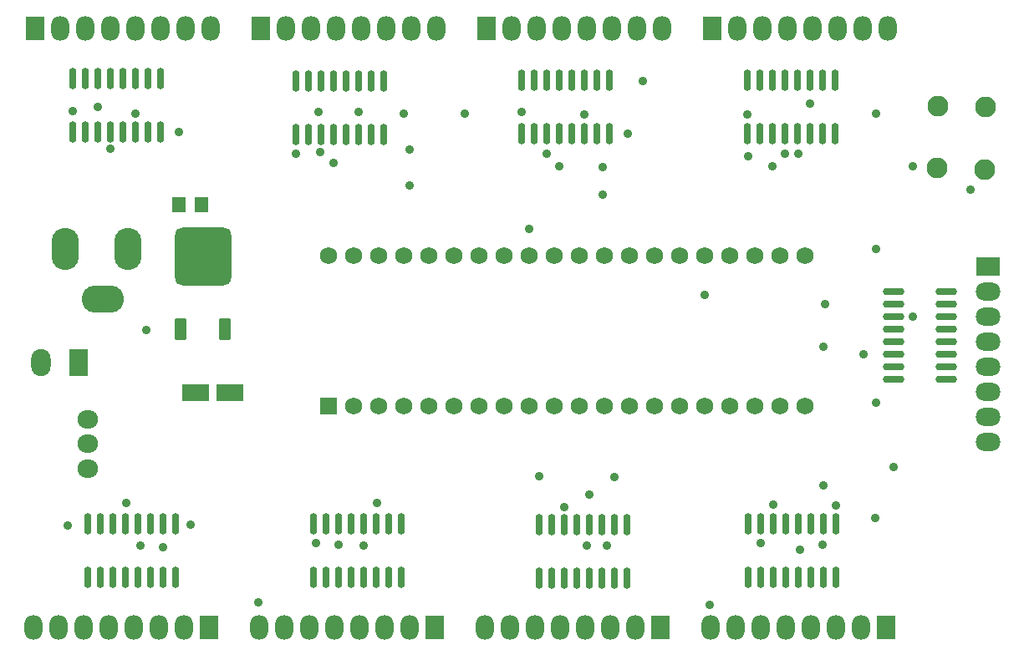
<source format=gts>
%FSTAX23Y23*%
%MOIN*%
%SFA1B1*%

%IPPOS*%
%AMD27*
4,1,8,0.081200,0.116200,-0.081200,0.116200,-0.112300,0.085100,-0.112300,-0.085100,-0.081200,-0.116200,0.081200,-0.116200,0.112300,-0.085100,0.112300,0.085100,0.081200,0.116200,0.0*
1,1,0.062140,0.081200,0.085100*
1,1,0.062140,-0.081200,0.085100*
1,1,0.062140,-0.081200,-0.085100*
1,1,0.062140,0.081200,-0.085100*
%
%AMD28*
4,1,8,0.014800,0.043400,-0.014800,0.043400,-0.023700,0.034400,-0.023700,-0.034400,-0.014800,-0.043400,0.014800,-0.043400,0.023700,-0.034400,0.023700,0.034400,0.014800,0.043400,0.0*
1,1,0.017840,0.014800,0.034400*
1,1,0.017840,-0.014800,0.034400*
1,1,0.017840,-0.014800,-0.034400*
1,1,0.017840,0.014800,-0.034400*
%
%ADD24O,0.029650X0.086740*%
%ADD25R,0.108390X0.070990*%
%ADD26R,0.058000X0.063000*%
G04~CAMADD=27~8~0.0~0.0~2245.3~2324.1~310.7~0.0~15~0.0~0.0~0.0~0.0~0~0.0~0.0~0.0~0.0~0~0.0~0.0~0.0~0.0~2245.3~2324.1*
%ADD27D27*%
G04~CAMADD=28~8~0.0~0.0~473.7~867.4~89.2~0.0~15~0.0~0.0~0.0~0.0~0~0.0~0.0~0.0~0.0~0~0.0~0.0~0.0~0.0~473.7~867.4*
%ADD28D28*%
%ADD29O,0.086740X0.029650*%
%ADD30R,0.068000X0.068000*%
%ADD31C,0.068000*%
%ADD32O,0.073000X0.098000*%
%ADD33R,0.073000X0.098000*%
%ADD34R,0.078000X0.108000*%
%ADD35O,0.078000X0.108000*%
%ADD36O,0.083000X0.073000*%
%ADD37O,0.098000X0.073000*%
%ADD38R,0.098000X0.073000*%
%ADD39C,0.083000*%
%ADD40O,0.168000X0.108000*%
%ADD41O,0.108000X0.168000*%
%ADD42C,0.035560*%
%LNled_v2-1*%
%LPD*%
G54D24*
X0455Y03518D03*
X046D03*
X0465D03*
X047D03*
X0475D03*
X048D03*
X0485D03*
X049D03*
X0455Y03731D03*
X046D03*
X0465D03*
X047D03*
X0475D03*
X048D03*
X0485D03*
X049D03*
X0365Y03518D03*
X037D03*
X0375D03*
X038D03*
X0385D03*
X039D03*
X0395D03*
X04D03*
X0365Y03731D03*
X037D03*
X0375D03*
X038D03*
X0385D03*
X039D03*
X0395D03*
X04D03*
X0275Y03517D03*
X028D03*
X0285D03*
X029D03*
X0295D03*
X03D03*
X0305D03*
X031D03*
X0275Y0373D03*
X028D03*
X0285D03*
X029D03*
X0295D03*
X03D03*
X0305D03*
X031D03*
X0186Y03527D03*
X0191D03*
X0196D03*
X0201D03*
X0206D03*
X0211D03*
X0216D03*
X0221D03*
X0186Y0374D03*
X0191D03*
X0196D03*
X0201D03*
X0206D03*
X0211D03*
X0216D03*
X0221D03*
X04905Y01961D03*
X04855D03*
X04805D03*
X04755D03*
X04705D03*
X04655D03*
X04605D03*
X04555D03*
X04905Y01748D03*
X04855D03*
X04805D03*
X04755D03*
X04705D03*
X04655D03*
X04605D03*
X04555D03*
X0407Y0196D03*
X0402D03*
X0397D03*
X0392D03*
X0387D03*
X0382D03*
X0377D03*
X0372D03*
X0407Y01747D03*
X0402D03*
X0397D03*
X0392D03*
X0387D03*
X0382D03*
X0377D03*
X0372D03*
X0282Y01748D03*
X0287D03*
X0292D03*
X0297D03*
X0302D03*
X0307D03*
X0312D03*
X0317D03*
X0282Y01961D03*
X0287D03*
X0292D03*
X0297D03*
X0302D03*
X0307D03*
X0312D03*
X0317D03*
X0192Y01748D03*
X0197D03*
X0202D03*
X0207D03*
X0212D03*
X0217D03*
X0222D03*
X0227D03*
X0192Y01961D03*
X0197D03*
X0202D03*
X0207D03*
X0212D03*
X0217D03*
X0222D03*
X0227D03*
G54D25*
X02488Y02485D03*
X02351D03*
G54D26*
X02285Y03235D03*
X02375D03*
G54D27*
X0238Y0303D03*
G54D28*
X02469Y02739D03*
X0229D03*
G54D29*
X05346Y0254D03*
Y0259D03*
Y0264D03*
Y0269D03*
Y0274D03*
Y0279D03*
Y0284D03*
Y0289D03*
X05133Y0254D03*
Y0259D03*
Y0264D03*
Y0269D03*
Y0274D03*
Y0279D03*
Y0284D03*
Y0289D03*
G54D30*
X0288Y02432D03*
G54D31*
X0298Y02432D03*
X0308D03*
X0318D03*
X0328D03*
X0338D03*
X0348D03*
X0358D03*
X0368D03*
X0378D03*
X0388D03*
X0398D03*
X0408D03*
X0418D03*
X0428D03*
X0438D03*
X0448D03*
X0458D03*
X0468D03*
X0478D03*
Y03032D03*
X0468D03*
X0458D03*
X0448D03*
X0438D03*
X0428D03*
X0418D03*
X0408D03*
X0398D03*
X0388D03*
X0378D03*
X0368D03*
X0358D03*
X0348D03*
X0338D03*
X0328D03*
X0318D03*
X0308D03*
X0298D03*
X0288D03*
G54D32*
X0501Y0394D03*
X0481D03*
X0451D03*
X0461D03*
X0471D03*
X0491D03*
X0511D03*
X0411D03*
X0391D03*
X0361D03*
X0371D03*
X0381D03*
X0401D03*
X0421D03*
X0321D03*
X0301D03*
X0271D03*
X0281D03*
X0291D03*
X0311D03*
X0331D03*
X0231D03*
X0211D03*
X0181D03*
X0191D03*
X0201D03*
X0221D03*
X0241D03*
X01705Y0155D03*
X01905D03*
X02105D03*
X02205D03*
X02305D03*
X02005D03*
X01805D03*
X02605D03*
X02805D03*
X03005D03*
X03105D03*
X03205D03*
X02905D03*
X02705D03*
X03505D03*
X03705D03*
X03905D03*
X04005D03*
X04105D03*
X03805D03*
X03605D03*
X04405D03*
X04605D03*
X04805D03*
X04905D03*
X05005D03*
X04705D03*
X04505D03*
G54D33*
X0441Y0394D03*
X0351D03*
X0261D03*
X0171D03*
X02405Y0155D03*
X03305D03*
X04205D03*
X05105D03*
G54D34*
X01885Y02605D03*
G54D35*
X01735Y02605D03*
G54D36*
X0192Y02181D03*
Y02282D03*
Y0238D03*
G54D37*
X0551Y0229D03*
Y0249D03*
Y0269D03*
Y0279D03*
Y0289D03*
Y0259D03*
Y0239D03*
G54D38*
X0551Y0299D03*
G54D39*
X05307Y03382D03*
X05502Y03627D03*
X0531Y0363D03*
X05498Y03376D03*
G54D40*
X0198Y0286D03*
G54D41*
X0183Y0306D03*
X0208D03*
G54D42*
X039Y03596D03*
X02849Y03447D03*
X03204Y03313D03*
Y03456D03*
X03721Y02151D03*
X0402Y0215D03*
X0392Y0208D03*
X0382Y0203D03*
X03425Y036D03*
X029Y03402D03*
X0222Y0187D03*
X0275Y0344D03*
X02285Y03527D03*
X04135Y0373D03*
X0318Y036D03*
X04075Y0352D03*
X04555Y0343D03*
X04855Y02115D03*
X0486Y0284D03*
X04855Y0267D03*
X05133Y0219D03*
X0201Y0346D03*
X0211Y036D03*
X0196Y03625D03*
X0368Y0314D03*
X03975Y03385D03*
X0438Y02875D03*
X05065Y036D03*
Y0306D03*
X0506Y01985D03*
X05065Y02445D03*
X05015Y0264D03*
X047Y0344D03*
X04755D03*
X03975Y03275D03*
X0476Y0186D03*
X02075Y02045D03*
X02155Y02735D03*
X0213Y01875D03*
X0186Y0361D03*
X0283Y01885D03*
X0292Y0188D03*
X03075Y02046D03*
X0391Y01875D03*
X0399D03*
X0184Y01955D03*
X04655Y0204D03*
X0455Y03595D03*
X048Y0364D03*
X0521Y0339D03*
X05442Y03295D03*
X0521Y0279D03*
X0485Y0188D03*
X04905Y02035D03*
X04605Y01885D03*
X044Y0164D03*
X0302Y01875D03*
X026Y0165D03*
X0233Y0196D03*
X0465Y0339D03*
X0365Y03605D03*
X038Y0339D03*
X0375Y0344D03*
X0284Y03605D03*
X03D03*
M02*
</source>
